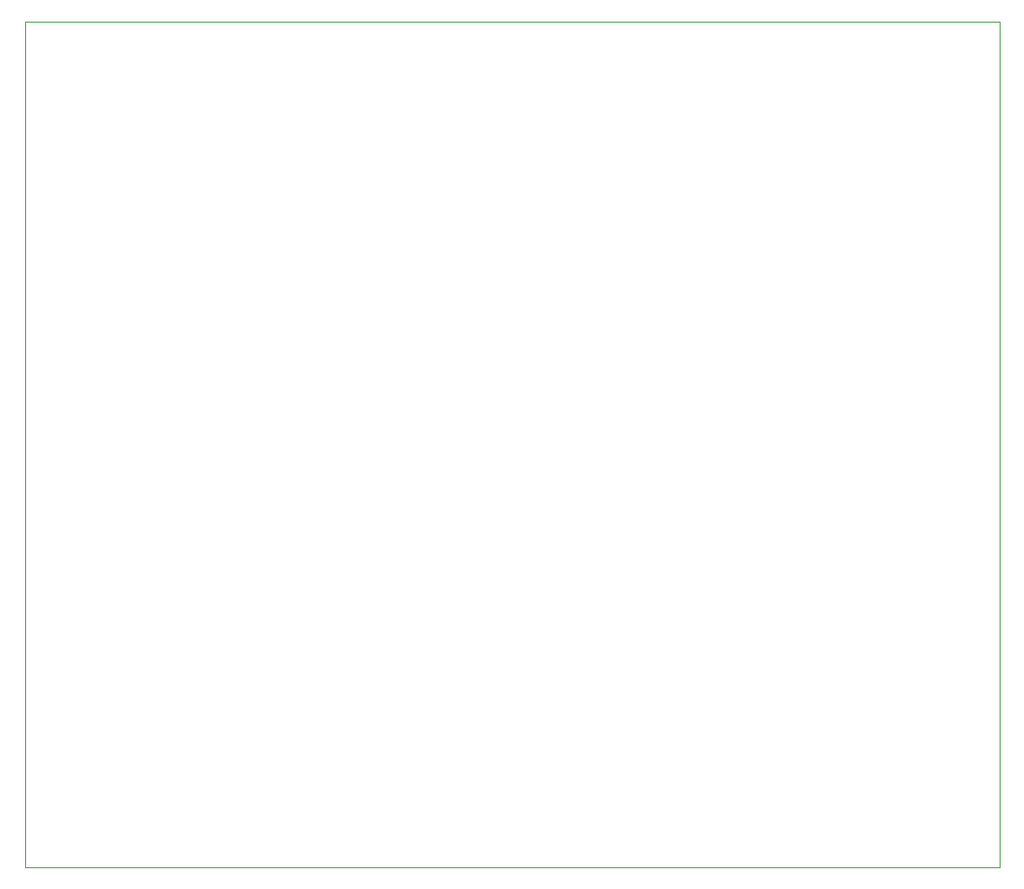
<source format=gbr>
%TF.GenerationSoftware,KiCad,Pcbnew,6.0.2-1.fc35*%
%TF.CreationDate,2022-03-30T21:24:33+02:00*%
%TF.ProjectId,dock,646f636b-2e6b-4696-9361-645f70636258,rev?*%
%TF.SameCoordinates,Original*%
%TF.FileFunction,Profile,NP*%
%FSLAX46Y46*%
G04 Gerber Fmt 4.6, Leading zero omitted, Abs format (unit mm)*
G04 Created by KiCad (PCBNEW 6.0.2-1.fc35) date 2022-03-30 21:24:33*
%MOMM*%
%LPD*%
G01*
G04 APERTURE LIST*
%TA.AperFunction,Profile*%
%ADD10C,0.100000*%
%TD*%
G04 APERTURE END LIST*
D10*
X208000000Y-75000000D02*
X113000000Y-75000000D01*
X208000000Y-157500000D02*
X208000000Y-75000000D01*
X113000000Y-75000000D02*
X113000000Y-157500000D01*
X113000000Y-157500000D02*
X208000000Y-157500000D01*
M02*

</source>
